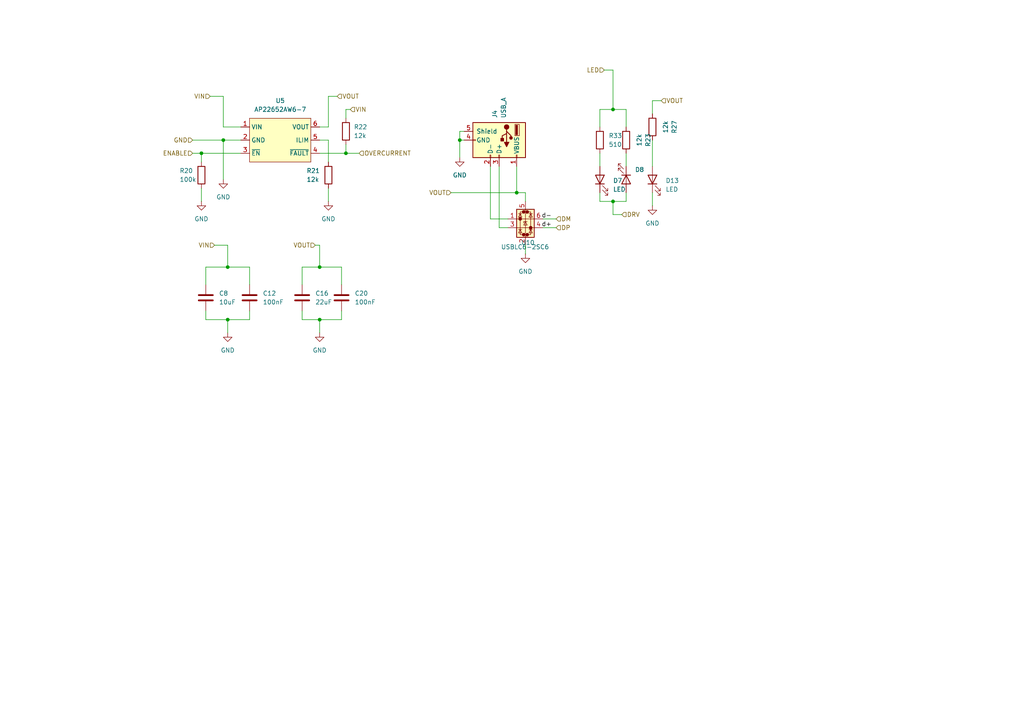
<source format=kicad_sch>
(kicad_sch (version 20231120) (generator "eeschema") (generator_version "8.0")
  (paper "A4")
  (lib_symbols
    (symbol "Connector:USB_A" (pin_names (offset 1.016))
      (property "Reference" "J" (at -5.08 11.43 0))
      (property "Value" "USB_A" (at -5.08 8.89 0))
      (symbol "USB_A_0_1"
        (rectangle (start -5.08 -7.62) (end 5.08 7.62) (stroke (width 0.254)) (fill (type background)))
        (circle (center -3.81 2.159) (radius 0.635) (stroke (width 0.254)) (fill (type outline)))
        (rectangle (start -1.524 4.826) (end -4.318 5.334) (fill (type outline)))
        (rectangle (start -1.27 4.572) (end -4.572 5.842))
        (circle (center -0.635 3.429) (radius 0.381) (stroke (width 0.254)) (fill (type outline)))
        (rectangle (start -0.127 -7.62) (end 0.127 -6.858))
        (polyline (pts (xy -3.175 2.159) (xy -2.54 2.159) (xy -1.27 3.429) (xy -0.635 3.429)) (stroke (width 0.254)))
        (polyline (pts (xy -2.54 2.159) (xy -1.905 2.159) (xy -1.27 0.889) (xy 0 0.889)) (stroke (width 0.254)))
        (polyline (pts (xy 0.635 2.794) (xy 0.635 1.524) (xy 1.905 2.159) (xy 0.635 2.794)) (stroke (width 0.254)) (fill (type outline)))
        (rectangle (start 0.254 1.27) (end -0.508 0.508) (stroke (width 0.254)) (fill (type outline)))
        (rectangle (start 5.08 -2.667) (end 4.318 -2.413))
        (rectangle (start 5.08 -0.127) (end 4.318 0.127))
        (rectangle (start 5.08 4.953) (end 4.318 5.207))
      )
      (symbol "USB_A_1_1"
        (polyline (pts (xy -1.905 2.159) (xy 0.635 2.159)) (stroke (width 0.254)))
        (pin power_in line (at 7.62 5.08 180) (length 2.54) (name "VBUS") (number "1"))
        (pin bidirectional line (at 7.62 -2.54 180) (length 2.54) (name "D-") (number "2"))
        (pin bidirectional line (at 7.62 0 180) (length 2.54) (name "D+") (number "3"))
        (pin power_in line (at 0 -10.16 90) (length 2.54) (name "GND") (number "4"))
        (pin passive line (at -2.54 -10.16 90) (length 2.54) (name "Shield") (number "5"))
      )
    )
    (symbol "Device:C" (pin_numbers hide) (pin_names (offset 0.254))
      (property "Reference" "C" (at 0.635 2.54 0))
      (property "Value" "C" (at 0.635 -2.54 0))
      (symbol "C_0_1"
        (polyline (pts (xy -2.032 -0.762) (xy 2.032 -0.762)) (stroke (width 0.508)))
        (polyline (pts (xy -2.032 0.762) (xy 2.032 0.762)) (stroke (width 0.508)))
      )
      (symbol "C_1_1"
        (pin passive line (at 0 3.81 270) (length 2.794) (name "~") (number "1"))
        (pin passive line (at 0 -3.81 90) (length 2.794) (name "~") (number "2"))
      )
    )
    (symbol "Device:LED" (pin_numbers hide) (pin_names (offset 1.016) hide)
      (property "Reference" "D" (at 0 2.54 0))
      (property "Value" "LED" (at 0 -2.54 0))
      (symbol "LED_0_1"
        (polyline (pts (xy -1.27 -1.27) (xy -1.27 1.27)) (stroke (width 0.254)))
        (polyline (pts (xy -1.27 0) (xy 1.27 0)))
        (polyline (pts (xy 1.27 -1.27) (xy 1.27 1.27) (xy -1.27 0) (xy 1.27 -1.27)) (stroke (width 0.254)))
        (polyline (pts (xy -3.048 -0.762) (xy -4.572 -2.286) (xy -3.81 -2.286) (xy -4.572 -2.286) (xy -4.572 -1.524)))
        (polyline (pts (xy -1.778 -0.762) (xy -3.302 -2.286) (xy -2.54 -2.286) (xy -3.302 -2.286) (xy -3.302 -1.524)))
      )
      (symbol "LED_1_1"
        (pin passive line (at -3.81 0 0) (length 2.54) (name "K") (number "1"))
        (pin passive line (at 3.81 0 180) (length 2.54) (name "A") (number "2"))
      )
    )
    (symbol "Device:R" (pin_numbers hide) (pin_names (offset 0))
      (property "Reference" "R" (at 2.032 0 90))
      (property "Value" "R" (at 0 0 90))
      (symbol "R_0_1"
        (rectangle (start -1.016 -2.54) (end 1.016 2.54) (stroke (width 0.254)))
      )
      (symbol "R_1_1"
        (pin passive line (at 0 3.81 270) (length 1.27) (name "~") (number "1"))
        (pin passive line (at 0 -3.81 90) (length 1.27) (name "~") (number "2"))
      )
    )
    (symbol "Power_Protection:USBLC6-2SC6" (pin_names hide)
      (property "Reference" "U" (at 0.635 5.715 0))
      (property "Value" "USBLC6-2SC6" (at 0.635 3.81 0))
      (symbol "USBLC6-2SC6_0_0"
        (circle (center -1.524 0) (radius 0.0001) (stroke (width 0.508)))
        (circle (center -0.508 -4.572) (radius 0.0001) (stroke (width 0.508)))
        (circle (center -0.508 2.032) (radius 0.0001) (stroke (width 0.508)))
        (circle (center 0.508 -4.572) (radius 0.0001) (stroke (width 0.508)))
        (circle (center 0.508 2.032) (radius 0.0001) (stroke (width 0.508)))
        (circle (center 1.524 -2.54) (radius 0.0001) (stroke (width 0.508)))
      )
      (symbol "USBLC6-2SC6_0_1"
        (polyline (pts (xy -2.54 -2.54) (xy 2.54 -2.54)))
        (polyline (pts (xy -2.54 0) (xy 2.54 0)))
        (polyline (pts (xy -2.032 -3.048) (xy -1.016 -3.048)))
        (polyline (pts (xy -1.016 1.524) (xy -2.032 1.524)))
        (polyline (pts (xy 1.016 -3.048) (xy 2.032 -3.048)))
        (polyline (pts (xy 1.016 1.524) (xy 2.032 1.524)))
        (polyline (pts (xy -0.508 -1.143) (xy -0.508 -0.762) (xy 0.508 -0.762)))
        (polyline (pts (xy -2.032 0.508) (xy -1.016 0.508) (xy -1.524 1.524) (xy -2.032 0.508)))
        (polyline (pts (xy -1.016 -4.064) (xy -2.032 -4.064) (xy -1.524 -3.048) (xy -1.016 -4.064)))
        (polyline (pts (xy 0.508 -1.778) (xy -0.508 -1.778) (xy 0 -0.762) (xy 0.508 -1.778)))
        (polyline (pts (xy 2.032 -4.064) (xy 1.016 -4.064) (xy 1.524 -3.048) (xy 2.032 -4.064)))
        (polyline (pts (xy 2.032 0.508) (xy 1.016 0.508) (xy 1.524 1.524) (xy 2.032 0.508)))
        (polyline (pts (xy 0 2.54) (xy -0.508 2.032) (xy 0.508 2.032) (xy 0 1.524) (xy 0 -4.064) (xy -0.508 -4.572) (xy 0.508 -4.572) (xy 0 -5.08)))
      )
      (symbol "USBLC6-2SC6_1_1"
        (rectangle (start -2.54 2.794) (end 2.54 -5.334) (stroke (width 0.254)) (fill (type background)))
        (polyline (pts (xy -0.508 2.032) (xy -1.524 2.032) (xy -1.524 -4.572) (xy -0.508 -4.572)))
        (polyline (pts (xy 0.508 -4.572) (xy 1.524 -4.572) (xy 1.524 2.032) (xy 0.508 2.032)))
        (pin passive line (at -5.08 0 0) (length 2.54) (name "I/O1") (number "1"))
        (pin passive line (at 0 -7.62 90) (length 2.54) (name "GND") (number "2"))
        (pin passive line (at -5.08 -2.54 0) (length 2.54) (name "I/O2") (number "3"))
        (pin passive line (at 5.08 -2.54 180) (length 2.54) (name "I/O2") (number "4"))
        (pin passive line (at 0 5.08 270) (length 2.54) (name "VBUS") (number "5"))
        (pin passive line (at 5.08 0 180) (length 2.54) (name "I/O1") (number "6"))
      )
    )
    (symbol "lib:AP22652W6-7_(sot_25-6)"
      (property "Reference" "U" (at 0 0 0))
      (property "Value" "AP22652W6-7" (at 0.508 -8.128 0))
      (symbol "AP22652W6-7_(sot_25-6)_1_1"
        (rectangle (start -8.89 6.35) (end 8.89 -6.35) (fill (type background)))
        (pin power_in line (at -11.43 3.81 0) (length 2.54) (name "VIN") (number "1"))
        (pin power_in line (at -11.43 0 0) (length 2.54) (name "GND") (number "2"))
        (pin input line (at -11.43 -3.81 0) (length 2.54) (name "~{EN}") (number "3"))
        (pin output line (at 11.43 -3.81 180) (length 2.54) (name "~{FAULT}") (number "4"))
        (pin input line (at 11.43 0 180) (length 2.54) (name "ILIM") (number "5"))
        (pin power_out line (at 11.43 3.81 180) (length 2.54) (name "VOUT") (number "6"))
      )
    )
    (symbol "power:GND" (power) (pin_numbers hide) (pin_names (offset 0) hide)
      (property "Value" "GND" (at 0 -3.81 0))
      (symbol "GND_0_1"
        (polyline (pts (xy 0 0) (xy 0 -1.27) (xy 1.27 -1.27) (xy 0 -2.54) (xy -1.27 -1.27) (xy 0 -1.27)))
      )
      (symbol "GND_1_1"
        (pin power_in line (at 0 0 270) (length 0) (name "~") (number "1"))
      )
    )
  )
  (junction (at 100.33 44.45))
  (junction (at 66.04 92.71))
  (junction (at 58.42 44.45))
  (junction (at 149.86 55.88))
  (junction (at 177.8 58.42))
  (junction (at 133.35 40.64))
  (junction (at 66.04 77.47))
  (junction (at 64.77 40.64))
  (junction (at 177.8 31.75))
  (junction (at 92.71 92.71))
  (junction (at 92.71 77.47))
  (wire (pts (xy 92.71 77.47) (xy 99.06 77.47)))
  (wire (pts (xy 133.35 38.1) (xy 133.35 40.64)))
  (wire (pts (xy 177.8 20.32) (xy 177.8 31.75)))
  (wire (pts (xy 100.33 44.45) (xy 104.14 44.45)))
  (wire (pts (xy 177.8 58.42) (xy 177.8 62.23)))
  (wire (pts (xy 181.61 58.42) (xy 177.8 58.42)))
  (wire (pts (xy 87.63 77.47) (xy 92.71 77.47)))
  (wire (pts (xy 92.71 40.64) (xy 95.25 40.64)))
  (wire (pts (xy 181.61 44.45) (xy 181.61 48.26)))
  (wire (pts (xy 62.23 71.12) (xy 66.04 71.12)))
  (wire (pts (xy 58.42 44.45) (xy 58.42 46.99)))
  (wire (pts (xy 55.88 44.45) (xy 58.42 44.45)))
  (wire (pts (xy 134.62 40.64) (xy 133.35 40.64)))
  (wire (pts (xy 95.25 54.61) (xy 95.25 58.42)))
  (wire (pts (xy 95.25 40.64) (xy 95.25 46.99)))
  (wire (pts (xy 157.48 63.5) (xy 161.29 63.5)))
  (wire (pts (xy 177.8 31.75) (xy 181.61 31.75)))
  (wire (pts (xy 149.86 48.26) (xy 149.86 55.88)))
  (wire (pts (xy 177.8 58.42) (xy 173.99 58.42)))
  (wire (pts (xy 142.24 63.5) (xy 147.32 63.5)))
  (wire (pts (xy 173.99 31.75) (xy 173.99 36.83)))
  (wire (pts (xy 99.06 90.17) (xy 99.06 92.71)))
  (wire (pts (xy 189.23 40.64) (xy 189.23 48.26)))
  (wire (pts (xy 91.44 71.12) (xy 92.71 71.12)))
  (wire (pts (xy 101.6 31.75) (xy 100.33 31.75)))
  (wire (pts (xy 180.34 62.23) (xy 177.8 62.23)))
  (wire (pts (xy 92.71 44.45) (xy 100.33 44.45)))
  (wire (pts (xy 72.39 90.17) (xy 72.39 92.71)))
  (wire (pts (xy 59.69 92.71) (xy 66.04 92.71)))
  (wire (pts (xy 173.99 58.42) (xy 173.99 55.88)))
  (wire (pts (xy 133.35 40.64) (xy 133.35 45.72)))
  (wire (pts (xy 64.77 27.94) (xy 64.77 36.83)))
  (wire (pts (xy 149.86 55.88) (xy 152.4 55.88)))
  (wire (pts (xy 100.33 41.91) (xy 100.33 44.45)))
  (wire (pts (xy 157.48 66.04) (xy 161.29 66.04)))
  (wire (pts (xy 152.4 55.88) (xy 152.4 58.42)))
  (wire (pts (xy 58.42 44.45) (xy 69.85 44.45)))
  (wire (pts (xy 181.61 55.88) (xy 181.61 58.42)))
  (wire (pts (xy 152.4 71.12) (xy 152.4 73.66)))
  (wire (pts (xy 87.63 82.55) (xy 87.63 77.47)))
  (wire (pts (xy 59.69 90.17) (xy 59.69 92.71)))
  (wire (pts (xy 87.63 92.71) (xy 87.63 90.17)))
  (wire (pts (xy 100.33 31.75) (xy 100.33 34.29)))
  (wire (pts (xy 130.81 55.88) (xy 149.86 55.88)))
  (wire (pts (xy 92.71 92.71) (xy 92.71 96.52)))
  (wire (pts (xy 58.42 54.61) (xy 58.42 58.42)))
  (wire (pts (xy 173.99 31.75) (xy 177.8 31.75)))
  (wire (pts (xy 60.96 27.94) (xy 64.77 27.94)))
  (wire (pts (xy 95.25 27.94) (xy 97.79 27.94)))
  (wire (pts (xy 144.78 66.04) (xy 147.32 66.04)))
  (wire (pts (xy 64.77 36.83) (xy 69.85 36.83)))
  (wire (pts (xy 66.04 77.47) (xy 72.39 77.47)))
  (wire (pts (xy 72.39 92.71) (xy 66.04 92.71)))
  (wire (pts (xy 181.61 31.75) (xy 181.61 36.83)))
  (wire (pts (xy 92.71 92.71) (xy 87.63 92.71)))
  (wire (pts (xy 92.71 71.12) (xy 92.71 77.47)))
  (wire (pts (xy 189.23 55.88) (xy 189.23 59.69)))
  (wire (pts (xy 175.26 20.32) (xy 177.8 20.32)))
  (wire (pts (xy 189.23 29.21) (xy 191.77 29.21)))
  (wire (pts (xy 59.69 77.47) (xy 66.04 77.47)))
  (wire (pts (xy 173.99 44.45) (xy 173.99 48.26)))
  (wire (pts (xy 144.78 48.26) (xy 144.78 66.04)))
  (wire (pts (xy 92.71 36.83) (xy 95.25 36.83)))
  (wire (pts (xy 95.25 36.83) (xy 95.25 27.94)))
  (wire (pts (xy 142.24 48.26) (xy 142.24 63.5)))
  (wire (pts (xy 134.62 38.1) (xy 133.35 38.1)))
  (wire (pts (xy 72.39 77.47) (xy 72.39 82.55)))
  (wire (pts (xy 55.88 40.64) (xy 64.77 40.64)))
  (wire (pts (xy 99.06 77.47) (xy 99.06 82.55)))
  (wire (pts (xy 66.04 92.71) (xy 66.04 96.52)))
  (wire (pts (xy 66.04 71.12) (xy 66.04 77.47)))
  (wire (pts (xy 64.77 52.07) (xy 64.77 40.64)))
  (wire (pts (xy 59.69 82.55) (xy 59.69 77.47)))
  (wire (pts (xy 189.23 33.02) (xy 189.23 29.21)))
  (wire (pts (xy 64.77 40.64) (xy 69.85 40.64)))
  (wire (pts (xy 99.06 92.71) (xy 92.71 92.71)))
  (label "d+" (at 160.02 66.04 180))
  (label "d-" (at 160.02 63.5 180))
  (hierarchical_label "LED" (shape input) (at 175.26 20.32 180))
  (hierarchical_label "ENABLE" (shape input) (at 55.88 44.45 180))
  (hierarchical_label "VIN" (shape input) (at 62.23 71.12 180))
  (hierarchical_label "VIN" (shape input) (at 60.96 27.94 180))
  (hierarchical_label "DM" (shape input) (at 161.29 63.5 0))
  (hierarchical_label "VOUT" (shape input) (at 97.79 27.94 0))
  (hierarchical_label "DP" (shape input) (at 161.29 66.04 0))
  (hierarchical_label "DRV" (shape input) (at 180.34 62.23 0))
  (hierarchical_label "VIN" (shape input) (at 101.6 31.75 0))
  (hierarchical_label "VOUT" (shape input) (at 91.44 71.12 180))
  (hierarchical_label "GND" (shape input) (at 55.88 40.64 180))
  (hierarchical_label "OVERCURRENT" (shape input) (at 104.14 44.45 0))
  (hierarchical_label "VOUT" (shape input) (at 191.77 29.21 0))
  (hierarchical_label "VOUT" (shape input) (at 130.81 55.88 180))
  (symbol (lib_id "Device:R") (at 58.42 50.8 180) (unit 1)
    (property "Reference" "R20" (at 52.07 49.53 0) (effects (justify right)))
    (property "Value" "100k" (at 52.07 52.07 0) (effects (justify right)))
    (property "Footprint" "Resistor_SMD:R_0603_1608Metric" (effects (hide yes)))
    (property "Description" "Resistor" (effects (hide yes)))
    (property "LCSC" "C25803" (effects (hide yes)))
    (instances (project "project" (path "" (reference "R20") (unit 1)) (path "" (reference "R16") (unit 1)) (path "" (reference "R2") (unit 1)) (path "" (reference "R12") (unit 1))))
  )
  (symbol (lib_id "Device:R") (at 189.23 36.83 0) (unit 1)
    (property "Reference" "R27" (at 195.58 36.83 90))
    (property "Value" "12k" (at 193.04 36.83 90))
    (property "Footprint" "Resistor_SMD:R_0603_1608Metric" (effects (hide yes)))
    (property "Description" "Resistor" (effects (hide yes)))
    (property "LCSC" "C22790" (effects (hide yes)))
    (instances (project "project" (path "" (reference "R27") (unit 1)) (path "" (reference "R26") (unit 1)) (path "" (reference "R25") (unit 1)) (path "" (reference "R24") (unit 1))))
  )
  (symbol (lib_id "power:GND") (at 189.23 59.69 0) (unit 1)
    (property "Reference" "#PWR051" (effects (hide yes)))
    (property "Value" "GND" (at 189.23 64.77 0))
    (property "Description" "Power symbol creates a global label with name \"GND\" , ground" (effects (hide yes)))
    (instances (project "project" (path "" (reference "#PWR051") (unit 1)) (path "" (reference "#PWR050") (unit 1)) (path "" (reference "#PWR049") (unit 1)) (path "" (reference "#PWR035") (unit 1))))
  )
  (symbol (lib_id "Device:C") (at 99.06 86.36 0) (unit 1)
    (property "Reference" "C20" (at 102.87 85.0899 0) (effects (justify left)))
    (property "Value" "100nF" (at 102.87 87.6299 0) (effects (justify left)))
    (property "Footprint" "Capacitor_SMD:C_0603_1608Metric" (effects (hide yes)))
    (property "Description" "Unpolarized capacitor" (effects (hide yes)))
    (property "LCSC" "C14663" (effects (hide yes)))
    (instances (project "project" (path "" (reference "C20") (unit 1)) (path "" (reference "C19") (unit 1)) (path "" (reference "C18") (unit 1)) (path "" (reference "C17") (unit 1))))
  )
  (symbol (lib_id "Device:R") (at 100.33 38.1 180) (unit 1)
    (property "Reference" "R22" (at 102.616 36.83 0) (effects (justify right)))
    (property "Value" "12k" (at 102.616 39.37 0) (effects (justify right)))
    (property "Footprint" "Resistor_SMD:R_0603_1608Metric" (effects (hide yes)))
    (property "Description" "Resistor" (effects (hide yes)))
    (property "LCSC" "C22790" (effects (hide yes)))
    (instances (project "project" (path "" (reference "R22") (unit 1)) (path "" (reference "R18") (unit 1)) (path "" (reference "R4") (unit 1)) (path "" (reference "R14") (unit 1))))
  )
  (symbol (lib_id "power:GND") (at 95.25 58.42 0) (unit 1)
    (property "Reference" "#PWR033" (effects (hide yes)))
    (property "Value" "GND" (at 95.25 63.5 0))
    (property "Description" "Power symbol creates a global label with name \"GND\" , ground" (effects (hide yes)))
    (instances (project "project" (path "" (reference "#PWR033") (unit 1)) (path "" (reference "#PWR028") (unit 1)) (path "" (reference "#PWR08") (unit 1)) (path "" (reference "#PWR022") (unit 1))))
  )
  (symbol (lib_id "power:GND") (at 66.04 96.52 0) (unit 1)
    (property "Reference" "#PWR039" (effects (hide yes)))
    (property "Value" "GND" (at 66.04 101.6 0))
    (property "Description" "Power symbol creates a global label with name \"GND\" , ground" (effects (hide yes)))
    (instances (project "project" (path "" (reference "#PWR039") (unit 1)) (path "" (reference "#PWR038") (unit 1)) (path "" (reference "#PWR037") (unit 1)) (path "" (reference "#PWR036") (unit 1))))
  )
  (symbol (lib_id "Device:LED") (at 181.61 52.07 270) (unit 1)
    (property "Reference" "D8" (at 184.15 49.2124 90) (effects (justify left)))
    (property "Value" "LED" (effects (hide yes)))
    (property "Footprint" "LED_SMD:LED_0805_2012Metric" (effects (hide yes)))
    (property "Description" "Light emitting diode" (effects (hide yes)))
    (property "LCSC" "C2297" (effects (hide yes)))
    (instances (project "project" (path "" (reference "D8") (unit 1)) (path "" (reference "D6") (unit 1)) (path "" (reference "D4") (unit 1)) (path "" (reference "D2") (unit 1))))
  )
  (symbol (lib_id "Power_Protection:USBLC6-2SC6") (at 152.4 63.5 0) (unit 1)
    (property "Reference" "U10" (at 151.13 70.358 0) (effects (justify left)))
    (property "Value" "USBLC6-2SC6" (at 145.288 71.628 0) (effects (justify left)))
    (property "Footprint" "Package_TO_SOT_SMD:SOT-23-6" (effects (hide yes)))
    (property "Datasheet" "https://www.st.com/resource/en/datasheet/usblc6-2.pdf" (effects (hide yes)))
    (property "Description" "Very low capacitance ESD protection diode, 2 data-line, SOT-23-6" (effects (hide yes)))
    (property "LCSC" "C7519" (effects (hide yes)))
    (instances (project "project" (path "" (reference "U10") (unit 1)) (path "" (reference "U9") (unit 1)) (path "" (reference "U8") (unit 1)) (path "" (reference "U7") (unit 1))))
  )
  (symbol (lib_id "Device:C") (at 87.63 86.36 0) (unit 1)
    (property "Reference" "C16" (at 91.44 85.0899 0) (effects (justify left)))
    (property "Value" "22uF" (at 91.44 87.6299 0) (effects (justify left)))
    (property "Footprint" "Capacitor_SMD:C_1206_3216Metric" (effects (hide yes)))
    (property "Description" "Unpolarized capacitor" (effects (hide yes)))
    (property "LCSC" "C12891" (effects (hide yes)))
    (instances (project "project" (path "" (reference "C16") (unit 1)) (path "" (reference "C15") (unit 1)) (path "" (reference "C14") (unit 1)) (path "" (reference "C13") (unit 1))))
  )
  (symbol (lib_id "power:GND") (at 133.35 45.72 0) (unit 1)
    (property "Reference" "#PWR034" (effects (hide yes)))
    (property "Value" "GND" (at 133.35 50.8 0))
    (property "Description" "Power symbol creates a global label with name \"GND\" , ground" (effects (hide yes)))
    (instances (project "project" (path "" (reference "#PWR034") (unit 1)) (path "" (reference "#PWR029") (unit 1)) (path "" (reference "#PWR09") (unit 1)) (path "" (reference "#PWR02") (unit 1))))
  )
  (symbol (lib_id "Device:C") (at 59.69 86.36 0) (unit 1)
    (property "Reference" "C8" (at 63.5 85.0899 0) (effects (justify left)))
    (property "Value" "10uF" (at 63.5 87.6299 0) (effects (justify left)))
    (property "Footprint" "Capacitor_SMD:C_0805_2012Metric" (effects (hide yes)))
    (property "Description" "Unpolarized capacitor" (effects (hide yes)))
    (property "LCSC" "C15850" (effects (hide yes)))
    (instances (project "project" (path "" (reference "C8") (unit 1)) (path "" (reference "C7") (unit 1)) (path "" (reference "C6") (unit 1)) (path "" (reference "C5") (unit 1))))
  )
  (symbol (lib_id "Connector:USB_A") (at 144.78 40.64 270) (unit 1)
    (property "Reference" "J4" (at 143.5099 34.29 0) (effects (justify right)))
    (property "Value" "USB_A" (at 146.0499 34.29 0) (effects (justify right)))
    (property "Footprint" "Library:SHOU HAN 10.0 QHHTZB6.3" (effects (hide yes)))
    (property "Description" "USB Type A connector" (effects (hide yes)))
    (property "LCSC" "C668591" (effects (hide yes)))
    (instances (project "project" (path "" (reference "J4") (unit 1)) (path "" (reference "J3") (unit 1)) (path "" (reference "J2") (unit 1)) (path "" (reference "J1") (unit 1))))
  )
  (symbol (lib_id "power:GND") (at 152.4 73.66 0) (unit 1)
    (property "Reference" "#PWR048" (effects (hide yes)))
    (property "Value" "GND" (at 152.4 78.74 0))
    (property "Description" "Power symbol creates a global label with name \"GND\" , ground" (effects (hide yes)))
    (instances (project "project" (path "" (reference "#PWR048") (unit 1)) (path "" (reference "#PWR047") (unit 1)) (path "" (reference "#PWR046") (unit 1)) (path "" (reference "#PWR045") (unit 1))))
  )
  (symbol (lib_id "Device:C") (at 72.39 86.36 0) (unit 1)
    (property "Reference" "C12" (at 76.2 85.0899 0) (effects (justify left)))
    (property "Value" "100nF" (at 76.2 87.6299 0) (effects (justify left)))
    (property "Footprint" "Capacitor_SMD:C_0603_1608Metric" (effects (hide yes)))
    (property "Description" "Unpolarized capacitor" (effects (hide yes)))
    (property "LCSC" "C14663" (effects (hide yes)))
    (instances (project "project" (path "" (reference "C12") (unit 1)) (path "" (reference "C11") (unit 1)) (path "" (reference "C10") (unit 1)) (path "" (reference "C9") (unit 1))))
  )
  (symbol (lib_id "Device:LED") (at 173.99 52.07 90) (unit 1)
    (property "Reference" "D7" (at 177.8 52.3874 90) (effects (justify right)))
    (property "Value" "LED" (at 177.8 54.9274 90) (effects (justify right)))
    (property "Footprint" "LED_SMD:LED_0805_2012Metric" (effects (hide yes)))
    (property "Description" "Light emitting diode" (effects (hide yes)))
    (property "LCSC" "C965812" (effects (hide yes)))
    (instances (project "project" (path "" (reference "D7") (unit 1)) (path "" (reference "D5") (unit 1)) (path "" (reference "D3") (unit 1)) (path "" (reference "D1") (unit 1))))
  )
  (symbol (lib_id "power:GND") (at 92.71 96.52 0) (unit 1)
    (property "Reference" "#PWR043" (effects (hide yes)))
    (property "Value" "GND" (at 92.71 101.6 0))
    (property "Description" "Power symbol creates a global label with name \"GND\" , ground" (effects (hide yes)))
    (instances (project "project" (path "" (reference "#PWR043") (unit 1)) (path "" (reference "#PWR042") (unit 1)) (path "" (reference "#PWR041") (unit 1)) (path "" (reference "#PWR040") (unit 1))))
  )
  (symbol (lib_id "power:GND") (at 58.42 58.42 0) (unit 1)
    (property "Reference" "#PWR031" (effects (hide yes)))
    (property "Value" "GND" (at 58.42 63.5 0))
    (property "Description" "Power symbol creates a global label with name \"GND\" , ground" (effects (hide yes)))
    (instances (project "project" (path "" (reference "#PWR031") (unit 1)) (path "" (reference "#PWR026") (unit 1)) (path "" (reference "#PWR06") (unit 1)) (path "" (reference "#PWR020") (unit 1))))
  )
  (symbol (lib_id "Device:R") (at 173.99 40.64 0) (unit 1)
    (property "Reference" "R33" (at 176.53 39.3699 0) (effects (justify left)))
    (property "Value" "510" (at 176.53 41.9099 0) (effects (justify left)))
    (property "Footprint" "Resistor_SMD:R_0603_1608Metric" (effects (hide yes)))
    (property "Description" "Resistor" (effects (hide yes)))
    (property "LCSC" "C23193" (effects (hide yes)))
    (instances (project "project" (path "" (reference "R33") (unit 1)) (path "" (reference "R32") (unit 1)) (path "" (reference "R31") (unit 1)) (path "" (reference "R30") (unit 1))))
  )
  (symbol (lib_id "Device:R") (at 181.61 40.64 0) (unit 1)
    (property "Reference" "R23" (at 187.96 40.64 90))
    (property "Value" "12k" (at 185.42 40.64 90))
    (property "Footprint" "Resistor_SMD:R_0603_1608Metric" (effects (hide yes)))
    (property "Description" "Resistor" (effects (hide yes)))
    (property "LCSC" "C22790" (effects (hide yes)))
    (instances (project "project" (path "" (reference "R23") (unit 1)) (path "" (reference "R19") (unit 1)) (path "" (reference "R15") (unit 1)) (path "" (reference "R1") (unit 1))))
  )
  (symbol (lib_id "Device:LED") (at 189.23 52.07 90) (unit 1)
    (property "Reference" "D13" (at 193.04 52.3874 90) (effects (justify right)))
    (property "Value" "LED" (at 193.04 54.9274 90) (effects (justify right)))
    (property "Footprint" "LED_SMD:LED_0805_2012Metric" (effects (hide yes)))
    (property "Description" "Light emitting diode" (effects (hide yes)))
    (property "LCSC" "C965819" (effects (hide yes)))
    (instances (project "project" (path "" (reference "D13") (unit 1)) (path "" (reference "D12") (unit 1)) (path "" (reference "D11") (unit 1)) (path "" (reference "D10") (unit 1))))
  )
  (symbol (lib_id "power:GND") (at 64.77 52.07 0) (unit 1)
    (property "Reference" "#PWR032" (effects (hide yes)))
    (property "Value" "GND" (at 64.77 57.15 0))
    (property "Description" "Power symbol creates a global label with name \"GND\" , ground" (effects (hide yes)))
    (instances (project "project" (path "" (reference "#PWR032") (unit 1)) (path "" (reference "#PWR027") (unit 1)) (path "" (reference "#PWR07") (unit 1)) (path "" (reference "#PWR021") (unit 1))))
  )
  (symbol (lib_id "Device:R") (at 95.25 50.8 180) (unit 1)
    (property "Reference" "R21" (at 88.9 49.53 0) (effects (justify right)))
    (property "Value" "12k" (at 88.9 52.07 0) (effects (justify right)))
    (property "Footprint" "Resistor_SMD:R_0603_1608Metric" (effects (hide yes)))
    (property "Description" "Resistor" (effects (hide yes)))
    (property "LCSC" "C22790" (effects (hide yes)))
    (instances (project "project" (path "" (reference "R21") (unit 1)) (path "" (reference "R17") (unit 1)) (path "" (reference "R3") (unit 1)) (path "" (reference "R13") (unit 1))))
  )
  (symbol (lib_id "lib:AP22652W6-7_(sot_25-6)") (at 81.28 40.64 0) (unit 1)
    (property "Reference" "U5" (at 81.28 29.21 0))
    (property "Value" "AP22652AW6-7" (at 81.28 31.75 0))
    (property "Footprint" "Package_TO_SOT_SMD:SOT-23-6" (effects (hide yes)))
    (property "Datasheet" "https://www.lcsc.com/datasheet/lcsc_datasheet_2108051530_Diodes-Incorporated-AP22652W6-7_C2158038.pdf" (effects (hide yes)))
    (property "LCSC" "C5329413" (effects (hide yes)))
    (instances (project "project" (path "" (reference "U5") (unit 1)) (path "" (reference "U4") (unit 1)) (path "" (reference "U3") (unit 1)) (path "" (reference "U2") (unit 1))))
  )
)
</source>
